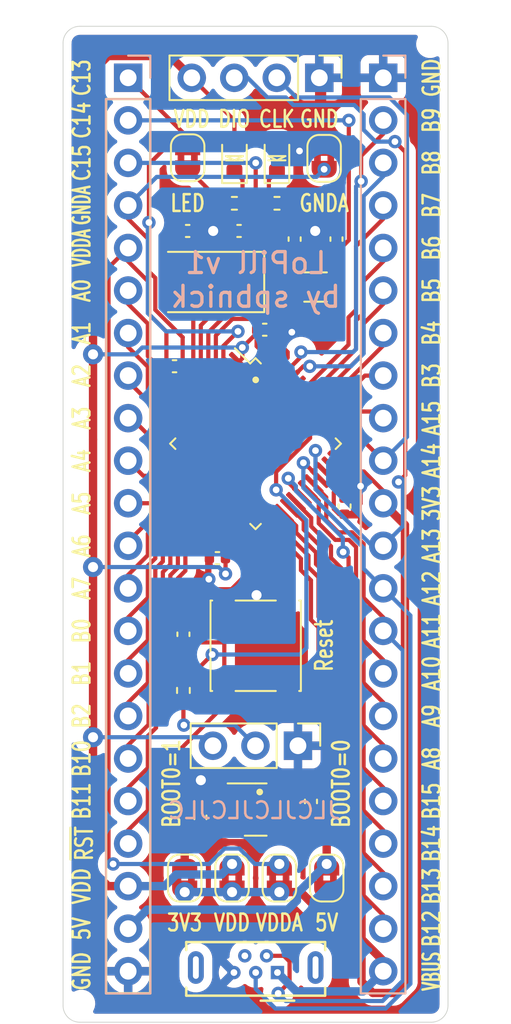
<source format=kicad_pcb>
(kicad_pcb (version 20211014) (generator pcbnew)
  (layers (0 "F.Cu" signal) (31 "B.Cu" signal) (34 "B.Paste" user) (35 "F.Paste" user) (36 "B.SilkS" user "B.Silkscreen") (37 "F.SilkS" user "F.Silkscreen") (38 "B.Mask" user) (39 "F.Mask" user) (44 "Edge.Cuts" user))
  (net 0 "")
  (net 1 "GND")
  (net 2 "+5V")
  (net 3 "Net-(C2-Pad1)")
  (net 4 "/NRST")
  (net 5 "/OSC_IN")
  (net 6 "/OSC_OUT")
  (net 7 "/OSC32_IN")
  (net 8 "/OSC32_OUT")
  (net 9 "VDD")
  (net 10 "VDDA")
  (net 11 "GNDA")
  (net 12 "+3V3")
  (net 13 "Net-(D1-Pad1)")
  (net 14 "Net-(D2-Pad1)")
  (net 15 "/PB11")
  (net 16 "/PB10")
  (net 17 "/PB2")
  (net 18 "/PB1")
  (net 19 "/PB0")
  (net 20 "/PA7")
  (net 21 "/PA6")
  (net 22 "/PA5")
  (net 23 "/PA4")
  (net 24 "/PA3")
  (net 25 "/PA2")
  (net 26 "/PA1")
  (net 27 "/PA0")
  (net 28 "/PA13")
  (net 29 "/PA14")
  (net 30 "/VBUS")
  (net 31 "/PA11")
  (net 32 "/PA12")
  (net 34 "/PB9")
  (net 35 "/PB8")
  (net 36 "/PB7")
  (net 37 "/PB6")
  (net 38 "/PB5")
  (net 39 "/PB4")
  (net 40 "/PB3")
  (net 41 "/PA15")
  (net 42 "/PA10")
  (net 43 "/PA9")
  (net 44 "/PA8")
  (net 45 "/PB15")
  (net 46 "/PB14")
  (net 47 "/PB13")
  (net 48 "/PB12")
  (net 49 "Net-(JP2-Pad1)")
  (net 50 "Net-(JP4-Pad2)")
  (net 51 "/BOOT0")
  (net 52 "/LED_USER")
  (footprint "Package_TO_SOT_SMD:SOT-23" (layer "F.Cu") (at 60.96 79.248)
    (fp_text reference "U1" hide)
    (fp_text value "XC6206PxxxMR")
  )
  (footprint "Capacitor_SMD:C_0402_1005Metric" (layer "F.Cu") (at 56.642 68.7832 90)
    (fp_text reference "C3" hide)
    (fp_text value "100nF")
  )
  (footprint "Package_QFP:LQFP-48_7x7mm_P0.5mm" (layer "F.Cu") (at 60.95 57.404 -45)
    (fp_text reference "U2" hide)
    (fp_text value "STM32L052C8Tx")
  )
  (footprint "Capacitor_SMD:C_0402_1005Metric" (layer "F.Cu") (at 61.5 50.6)
    (fp_text reference "C8" hide)
    (fp_text value "100nF")
  )
  (footprint "Resistor_SMD:R_0402_1005Metric" (layer "F.Cu") (at 56.642 72.136 -90)
    (fp_text reference "R3" hide)
    (fp_text value "10K")
  )
  (footprint "Capacitor_SMD:C_0402_1005Metric" (layer "F.Cu") (at 59.967 44.704 180)
    (fp_text reference "C4" hide)
    (fp_text value "30pF")
  )
  (footprint "Capacitor_SMD:C_0402_1005Metric" (layer "F.Cu") (at 56.896 44.704)
    (fp_text reference "C5" hide)
    (fp_text value "30pF")
  )
  (footprint "lopill:Crystal_SMD_5032-2Pin_5.0x3.2mm_YXC" (layer "F.Cu") (at 58.42 47.752 180)
    (fp_text reference "Y1" hide)
    (fp_text value "8MHz")
  )
  (footprint "Capacitor_SMD:C_0402_1005Metric" (layer "F.Cu") (at 65.786 45.189 90)
    (fp_text reference "C6" hide)
    (fp_text value "15pF")
  )
  (footprint "Capacitor_SMD:C_0402_1005Metric" (layer "F.Cu") (at 63.286 45.189 90)
    (fp_text reference "C7" hide)
    (fp_text value "15pF")
  )
  (footprint "Jumper:SolderJumper-2_P1.3mm_Bridged2Bar_RoundedPad1.0x1.5mm" (layer "F.Cu") (at 65.202 83.3374 90)
    (fp_text reference "JP1" hide)
    (fp_text value "5V" hide)
  )
  (footprint "Jumper:SolderJumper-2_P1.3mm_Bridged2Bar_RoundedPad1.0x1.5mm" (layer "F.Cu") (at 59.546 83.3374 90)
    (fp_text reference "JP5" hide)
    (fp_text value "VDD" hide)
  )
  (footprint "Capacitor_SMD:C_0402_1005Metric" (layer "F.Cu") (at 56.111 52.7812)
    (fp_text reference "C9" hide)
    (fp_text value "100nF")
  )
  (footprint "Jumper:SolderJumper-2_P1.3mm_Bridged2Bar_RoundedPad1.0x1.5mm" (layer "F.Cu") (at 62.374 83.3374 90)
    (fp_text reference "JP6" hide)
    (fp_text value "VDDA" hide)
  )
  (footprint "lopill:SW_Push_1P1T_NO_5.1x5.1mm_H2.5mm" (layer "F.Cu") (at 60.96 69.469 -90)
    (fp_text reference "SW1" hide)
    (fp_text value "Reset")
  )
  (footprint "Capacitor_SMD:C_0402_1005Metric" (layer "F.Cu") (at 57.658 79.713 90)
    (fp_text reference "C2" hide)
    (fp_text value "1uF")
  )
  (footprint "Connector_PinHeader_2.54mm:PinHeader_1x03_P2.54mm_Vertical" (layer "F.Cu") (at 63.485 75.438 -90)
    (fp_text reference "JP4" hide)
    (fp_text value "BOOT0")
  )
  (footprint "Capacitor_SMD:C_0402_1005Metric" (layer "F.Cu") (at 64.262 78.763 90)
    (fp_text reference "C1" hide)
    (fp_text value "1uF")
  )
  (footprint "Capacitor_SMD:C_0402_1005Metric" (layer "F.Cu") (at 66.2686 61.1354 -90)
    (fp_text reference "C11" hide)
    (fp_text value "100nF")
  )
  (footprint "Crystal:Crystal_SMD_3215-2Pin_3.2x1.5mm" (layer "F.Cu") (at 64.536 48.052)
    (fp_text reference "Y2" hide)
    (fp_text value "32.768KHz")
  )
  (footprint "Jumper:SolderJumper-2_P1.3mm_Bridged2Bar_RoundedPad1.0x1.5mm" (layer "F.Cu") (at 56.718 83.3374 -90)
    (fp_text reference "JP3" hide)
    (fp_text value "3V3" hide)
  )
  (footprint "spbnick:USB_Micro-B_HRO_U-D-M5DD-W-1_Vertical" (layer "F.Cu") (at 62.26 88.98 180)
    (fp_text reference "J3" hide)
    (fp_text value "USB_B_Micro")
  )
  (footprint "Capacitor_SMD:C_0402_1005Metric" (layer "F.Cu") (at 58.674 64.2366 180)
    (fp_text reference "C10" hide)
    (fp_text value "100nF")
  )
  (footprint "Resistor_SMD:R_0402_1005Metric" (layer "F.Cu") (at 59.6876 43.053)
    (fp_text reference "R1" hide)
    (fp_text value "510R")
  )
  (footprint "LED_SMD:LED_0603_1608Metric" (layer "F.Cu") (at 59.69 40.3606 90)
    (fp_text reference "D1" hide)
    (fp_text value "BLU")
  )
  (footprint "Jumper:SolderJumper-2_P1.3mm_Bridged2Bar_RoundedPad1.0x1.5mm" (layer "F.Cu") (at 65.0494 40.371 -90)
    (fp_text reference "JP7" hide)
    (fp_text value "GNDA" hide)
  )
  (footprint "LED_SMD:LED_0603_1608Metric" (layer "F.Cu") (at 62.23 40.3606 90)
    (fp_text reference "D2" hide)
    (fp_text value "GRN")
  )
  (footprint "Jumper:SolderJumper-2_P1.3mm_Bridged2Bar_RoundedPad1.0x1.5mm" (layer "F.Cu") (at 56.896 40.3352 90)
    (fp_text reference "JP2" hide)
    (fp_text value "LED" hide)
  )
  (footprint "Resistor_SMD:R_0402_1005Metric" (layer "F.Cu") (at 62.2324 43.053 180)
    (fp_text reference "R2" hide)
    (fp_text value "510R")
  )
  (footprint "Connector_PinHeader_2.54mm:PinHeader_1x04_P2.54mm_Vertical" (layer "F.Cu") (at 64.76 35.56 -90)
    (fp_text reference "J2" hide)
    (fp_text value "SWD")
  )
  (footprint "spbnick:Tooling_Hole" (layer "F.Cu") (at 71.374 33.5534)
    (fp_text reference "REF**" hide)
    (fp_text value "Tooling_Hole")
  )
  (footprint "spbnick:Tooling_Hole" (layer "F.Cu") (at 50.546 90.8304)
    (fp_text reference "REF**" hide)
    (fp_text value "Tooling_Hole")
  )
  (footprint "Connector_PinHeader_2.54mm:PinHeader_1x22_P2.54mm_Vertical" (layer "B.Cu") (at 68.58 35.56 180)
    (fp_text reference "J4" hide)
    (fp_text value "Pins Right")
  )
  (footprint "Connector_PinHeader_2.54mm:PinHeader_1x22_P2.54mm_Vertical" (layer "B.Cu") (at 53.34 35.56 180)
    (fp_text reference "J1" hide)
    (fp_text value "Pins Left")
  )
  (gr_line (start 52.0192 36.8554) (end 52.0192 90.2208) (layer "F.SilkS") (width 0.15))
  (gr_circle (center 60.96 53.594) (end 61.06 53.594) (layer "F.SilkS") (width 0.2) (fill none))
  (gr_line (start 59.69 40.4876) (end 59.182 40.2336) (layer "F.SilkS") (width 0.12))
  (gr_line (start 62.738 40.2336) (end 62.23 40.4876) (layer "F.SilkS") (width 0.12))
  (gr_line (start 61.722 40.2336) (end 62.738 40.2336) (layer "F.SilkS") (width 0.12))
  (gr_line (start 61.722 40.4876) (end 62.738 40.4876) (layer "F.SilkS") (width 0.12))
  (gr_line (start 62.23 40.4876) (end 61.722 40.2336) (layer "F.SilkS") (width 0.12))
  (gr_line (start 69.9008 36.83) (end 69.9008 90.2208) (layer "F.SilkS") (width 0.12))
  (gr_circle (center 61.2 78.2) (end 61.3 78.2) (layer "F.SilkS") (width 0.2) (fill none))
  (gr_line (start 69.9008 90.2208) (end 67.2338 90.2208) (layer "F.SilkS") (width 0.12))
  (gr_line (start 60.198 40.2336) (end 59.69 40.4876) (layer "F.SilkS") (width 0.12))
  (gr_line (start 67.2338 90.2208) (end 67.2338 36.83) (layer "F.SilkS") (width 0.12))
  (gr_line (start 52.0192 90.2208) (end 54.6608 90.2208) (layer "F.SilkS") (width 0.15))
  (gr_line (start 59.182 40.2336) (end 60.198 40.2336) (layer "F.SilkS") (width 0.12))
  (gr_line (start 53.34 34.2392) (end 54.6608 34.2392) (layer "F.SilkS") (width 0.12))
  (gr_line (start 54.6608 90.2208) (end 54.6608 36.8554) (layer "F.SilkS") (width 0.15))
  (gr_line (start 59.182 40.4876) (end 60.198 40.4876) (layer "F.SilkS") (width 0.12))
  (gr_line (start 67.2338 36.83) (end 69.9008 36.83) (layer "F.SilkS") (width 0.12))
  (gr_line (start 54.6608 36.83) (end 52.0192 36.83) (layer "F.SilkS") (width 0.15))
  (gr_line (start 54.6608 34.2392) (end 54.6608 35.56) (layer "F.SilkS") (width 0.12))
  (gr_line (start 68.58 34.2392) (end 69.9008 34.2392) (layer "F.SilkS") (width 0.12))
  (gr_line (start 69.9008 34.2392) (end 69.9008 35.56) (layer "F.SilkS") (width 0.12))
  (gr_line (start 71.45 91.945) (end 50.45 91.945) (layer "Edge.Cuts") (width 0.05))
  (gr_line (start 50.45 32.485) (end 71.45 32.485) (layer "Edge.Cuts") (width 0.05))
  (gr_arc (start 50.45 91.945) (mid 49.742893 91.652107) (end 49.45 90.945) (layer "Edge.Cuts") (width 0.05))
  (gr_line (start 72.45 90.945) (end 72.45 33.485) (layer "Edge.Cuts") (width 0.05))
  (gr_arc (start 72.45 90.945) (mid 72.157107 91.652107) (end 71.45 91.945) (layer "Edge.Cuts") (width 0.05))
  (gr_arc (start 71.45 32.485) (mid 72.157107 32.777893) (end 72.45 33.485) (layer "Edge.Cuts") (width 0.05))
  (gr_line (start 49.45 33.485) (end 49.45 90.945) (layer "Edge.Cuts") (width 0.05))
  (gr_arc (start 49.45 33.485) (mid 49.742893 32.777893) (end 50.45 32.485) (layer "Edge.Cuts") (width 0.05))
  (gr_text "JLCJLCJLCJLC" (at 60.8584 79.2988) (layer "B.SilkS") (effects (font (size 1 1)) (justify mirror)))
  (gr_text "LoPill v1\nby spbnick" (at 60.96 47.625) (layer "B.SilkS") (effects (font (size 1.25 1.25) (thickness 0.2)) (justify mirror)))
  (segment (start 62.9698 50.6) (end 63.119 50.7492) (width 0.25) (layer "F.Cu") (net 1))
  (segment (start 62.869289 51.935423) (end 61.985 51.051134) (width 0.25) (layer "F.Cu") (net 1))
  (segment (start 61.985 51.051134) (end 61.985 50.6) (width 0.25) (layer "F.Cu") (net 1))
  (segment (start 65.484322 58.793096) (end 66.05127 59.360044) (width 0.25) (layer "F.Cu") (net 1))
  (segment (start 66.05127 59.360044) (end 66.05127 59.880914) (width 0.25) (layer "F.Cu") (net 1))
  (segment (start 65.62459 60.307594) (end 65.62459 61.29639) (width 0.25) (layer "F.Cu") (net 1))
  (segment (start 65.484322 58.756342) (end 65.484322 58.793096) (width 0.25) (layer "F.Cu") (net 1))
  (segment (start 58.189 64.2366) (end 58.189 65.464225) (width 0.25) (layer "F.Cu") (net 1))
  (segment (start 65.0494 39.721) (end 65.0494 35.8494) (width 0.25) (layer "F.Cu") (net 1))
  (segment (start 67.226834 60.982166) (end 67.226834 59.938784) (width 0.25) (layer "F.Cu") (net 1))
  (segment (start 65.786 44.704) (end 64.516 44.704) (width 0.25) (layer "F.Cu") (net 1))
  (segment (start 66.05127 59.880914) (end 65.62459 60.307594) (width 0.25) (layer "F.Cu") (net 1))
  (segment (start 63.286 44.704) (end 64.516 44.704) (width 0.25) (layer "F.Cu") (net 1))
  (segment (start 58.189 63.34698) (end 59.597658 61.938322) (width 0.25) (layer "F.Cu") (net 1))
  (segment (start 65.62459 61.29639) (end 65.9486 61.6204) (width 0.25) (layer "F.Cu") (net 1))
  (segment (start 58.189 64.2366) (end 58.189 63.34698) (width 0.25) (layer "F.Cu") (net 1))
  (segment (start 62.869289 52.265975) (end 62.869289 51.935423) (width 0.25) (layer "F.Cu") (net 1))
  (segment (start 66.2686 61.6204) (end 66.5886 61.6204) (width 0.25) (layer "F.Cu") (net 1))
  (segment (start 57.381 44.704) (end 58.42 44.704) (width 0.25) (layer "F.Cu") (net 1))
  (segment (start 58.189 65.464225) (end 58.159225 65.494) (width 0.25) (layer "F.Cu") (net 1))
  (segment (start 65.0494 35.8494) (end 64.76 35.56) (width 0.25) (layer "F.Cu") (net 1))
  (segment (start 66.5886 61.6204) (end 67.226834 60.982166) (width 0.25) (layer "F.Cu") (net 1))
  (segment (start 62.302342 52.869678) (end 62.302342 52.832922) (width 0.25) (layer "F.Cu") (net 1))
  (segment (start 62.302342 52.832922) (end 62.869289 52.265975) (width 0.25) (layer "F.Cu") (net 1))
  (segment (start 65.9486 61.6204) (end 66.2686 61.6204) (width 0.25) (layer "F.Cu") (net 1))
  (segment (start 59.482 44.704) (end 58.42 44.704) (width 0.25) (layer "F.Cu") (net 1))
  (segment (start 61.985 50.6) (end 62.9698 50.6) (width 0.25) (layer "F.Cu") (net 1))
  (via (at 63.5762 39.9288) (size 0.8) (drill 0.4) (layers "F.Cu" "B.Cu") (net 1))
  (via (at 57.6834 77.4954) (size 1.2) (drill 0.6) (layers "F.Cu" "B.Cu") (net 1))
  (via (at 64.516 44.704) (size 1.2) (drill 0.6) (layers "F.Cu" "B.Cu") (net 1))
  (via (at 58.42 44.704) (size 1.2) (drill 0.6) (layers "F.Cu" "B.Cu") (net 1))
  (via (at 58.159225 65.494) (size 0.8) (drill 0.4) (layers "F.Cu" "B.Cu") (net 1))
  (via (at 61.0108 66.4464) (size 1.2) (drill 0.6) (layers "F.Cu" "B.Cu") (net 1))
  (via (at 67.226834 59.938784) (size 0.8) (drill 0.4) (layers "F.Cu" "B.Cu") (net 1))
  (via (at 63.119 50.7492) (size 0.8) (drill 0.4) (layers "F.Cu" "B.Cu") (net 1))
  (segment (start 65.202 80.188) (end 64.262 79.248) (width 0.5) (layer "F.Cu") (net 2))
  (segment (start 65.202 82.6874) (end 65.202 80.188) (width 0.5) (layer "F.Cu") (net 2))
  (segment (start 64.262 79.248) (end 61.96 79.248) (width 0.5) (layer "F.Cu") (net 2))
  (via (at 65.202 82.4992) (size 1.2) (drill 0.6) (layers "F.Cu" "B.Cu") (net 2))
  (segment (start 62.877521 85.224601) (end 54.475399 85.224601) (width 0.5) (layer "B.Cu") (net 2))
  (segment (start 63.423001 84.679121) (end 62.877521 85.224601) (width 0.5) (layer "B.Cu") (net 2))
  (segment (start 63.423001 84.278199) (end 63.423001 84.679121) (width 0.5) (layer "B.Cu") (net 2))
  (segment (start 54.475399 85.224601) (end 53.34 86.36) (width 0.5) (layer "B.Cu") (net 2))
  (segment (start 65.202 82.4992) (end 63.423001 84.278199) (width 0.5) (layer "B.Cu") (net 2))
  (segment (start 56.718 81.138) (end 57.658 80.198) (width 0.5) (layer "F.Cu") (net 3))
  (segment (start 56.718 82.6874) (end 56.718 81.138) (width 0.5) (layer "F.Cu") (net 3))
  (segment (start 57.658 80.198) (end 59.96 80.198) (width 0.5) (layer "F.Cu") (net 3))
  (segment (start 59.085 73.020478) (end 54.514001 77.591477) (width 0.25) (layer "F.Cu") (net 4))
  (segment (start 59.085 69.2612) (end 59.085 72.469) (width 0.25) (layer "F.Cu") (net 4))
  (segment (start 54.514001 79.303521) (end 53.34 80.477522) (width 0.25) (layer "F.Cu") (net 4))
  (segment (start 56.642 69.2682) (end 59.078 69.2682) (width 0.25) (layer "F.Cu") (net 4))
  (segment (start 57.829891 54.674199) (end 58.396839 55.241147) (width 0.25) (layer "F.Cu") (net 4))
  (segment (start 59.138722 66.469) (end 59.085 66.469) (width 0.25) (layer "F.Cu") (net 4))
  (segment (start 61.023601 61.863063) (end 61.023601 64.584121) (width 0.25) (layer "F.Cu") (net 4))
  (segment (start 54.514001 77.591477) (end 54.514001 79.303521) (width 0.25) (layer "F.Cu") (net 4))
  (segment (start 58.396839 55.241147) (end 58.396839 55.571699) (width 0.25) (layer "F.Cu") (net 4))
  (segment (start 56.7944 57.174138) (end 56.7944 57.633862) (width 0.25) (layer "F.Cu") (net 4))
  (segment (start 58.396839 55.571699) (end 56.7944 57.174138) (width 0.25) (layer "F.Cu") (net 4))
  (segment (start 59.078 69.2682) (end 59.085 69.2612) (width 0.25) (layer "F.Cu") (net 4))
  (segment (start 56.7944 57.633862) (end 61.023601 61.863063) (width 0.25) (layer "F.Cu") (net 4))
  (segment (start 61.023601 64.584121) (end 59.138722 66.469) (width 0.25) (layer "F.Cu") (net 4))
  (segment (start 57.829891 54.637445) (end 57.829891 54.674199) (width 0.25) (layer "F.Cu") (net 4))
  (segment (start 59.085 66.469) (end 59.085 69.2612) (width 0.25) (layer "F.Cu") (net 4))
  (segment (start 53.34 80.477522) (end 53.34 81.28) (width 0.25) (layer "F.Cu") (net 4))
  (segment (start 59.085 72.469) (end 59.085 73.020478) (width 0.25) (layer "F.Cu") (net 4))
  (segment (start 60.27 44.886) (end 60.452 44.704) (width 0.25) (layer "F.Cu") (net 5))
  (segment (start 60.27 47.752) (end 60.27 44.886) (width 0.25) (layer "F.Cu") (net 5))
  (segment (start 57.680682 53.074022) (end 57.680682 50.341318) (width 0.25) (layer "F.Cu") (net 5))
  (segment (start 57.680682 50.341318) (end 60.27 47.752) (width 0.25) (layer "F.Cu") (net 5))
  (segment (start 58.536998 53.930338) (end 57.680682 53.074022) (width 0.25) (layer "F.Cu") (net 5))
  (segment (start 56.57 47.752) (end 56.57 44.863) (width 0.25) (layer "F.Cu") (net 6))
  (segment (start 56.57 44.863) (end 56.411 44.704) (width 0.25) (layer "F.Cu") (net 6))
  (segment (start 58.183445 54.283891) (end 58.183445 54.247137) (width 0.25) (layer "F.Cu") (net 6))
  (segment (start 58.183445 54.247137) (end 57.231672 53.295364) (width 0.25) (layer "F.Cu") (net 6))
  (segment (start 57.231672 48.413672) (end 56.57 47.752) (width 0.25) (layer "F.Cu") (net 6))
  (segment (start 57.231672 53.295364) (end 57.231672 48.413672) (width 0.25) (layer "F.Cu") (net 6))
  (segment (start 65.786 48.052) (end 65.786 45.674) (width 0.25) (layer "F.Cu") (net 7))
  (segment (start 59.572008 49.95499) (end 63.88301 49.95499) (width 0.25) (layer "F.Cu") (net 7))
  (segment (start 58.579701 52.523487) (end 58.579703 50.947295) (width 0.25) (layer "F.Cu") (net 7))
  (segment (start 58.579703 50.947295) (end 59.572008 49.95499) (width 0.25) (layer "F.Cu") (net 7))
  (segment (start 65.786 45.674) (end 66.106 45.674) (width 0.25) (layer "F.Cu") (net 7))
  (segment (start 66.5226 45.2574) (end 66.5226 38.1) (width 0.25) (layer "F.Cu") (net 7))
  (segment (start 59.244105 53.223231) (end 59.244105 53.187891) (width 0.25) (layer "F.Cu") (net 7))
  (segment (start 59.244105 53.187891) (end 58.579701 52.523487) (width 0.25) (layer "F.Cu") (net 7))
  (segment (start 63.88301 49.95499) (end 65.786 48.052) (width 0.25) (layer "F.Cu") (net 7))
  (segment (start 66.106 45.674) (end 66.5226 45.2574) (width 0.25) (layer "F.Cu") (net 7))
  (via (at 66.5226 38.1) (size 0.8) (drill 0.4) (layers "F.Cu" "B.Cu") (net 7))
  (segment (start 66.5226 38.1) (end 53.34 38.1) (width 0.25) (layer "B.Cu") (net 7))
  (segment (start 63.286 48.052) (end 63.286 45.674) (width 0.25) (layer "F.Cu") (net 8))
  (segment (start 58.890551 53.576785) (end 58.129692 52.815924) (width 0.25) (layer "F.Cu") (net 8))
  (segment (start 63.286 45.674) (end 62.966 45.674) (width 0.25) (layer "F.Cu") (net 8))
  (segment (start 58.129692 50.760896) (end 59.385608 49.50498) (width 0.25) (layer "F.Cu") (net 8))
  (segment (start 59.385608 49.50498) (end 61.83302 49.50498) (width 0.25) (layer "F.Cu") (net 8))
  (segment (start 58.129692 52.815924) (end 58.129692 50.760896) (width 0.25) (layer "F.Cu") (net 8))
  (segment (start 61.83302 49.50498) (end 63.286 48.052) (width 0.25) (layer "F.Cu") (net 8))
  (segment (start 62.966 45.674) (end 60.96 43.668) (width 0.25) (layer "F.Cu") (net 8))
  (segment (start 60.96 43.668) (end 60.96 40.64) (width 0.25) (layer "F.Cu") (net 8))
  (via (at 60.96 40.64) (size 0.8) (drill 0.4) (layers "F.Cu" "B.Cu") (net 8))
  (segment (start 60.96 40.64) (end 53.34 40.64) (width 0.25) (layer "B.Cu") (net 8))
  (segment (start 59.69 39.5731) (end 62.23 39.5731) (width 0.25) (layer "F.Cu") (net 9))
  (segment (start 61.015 50.6) (end 61.015 51.582336) (width 0.25) (layer "F.Cu") (net 9))
  (segment (start 59.69 38.11) (end 57.14 35.56) (width 0.25) (layer "F.Cu") (net 9))
  (segment (start 59.159 63.084088) (end 59.951212 62.291876) (width 0.25) (layer "F.Cu") (net 9))
  (segment (start 51.241999 57.15) (end 51.241999 52.07) (width 0.5) (layer "F.Cu") (net 9))
  (segment (start 59.159 64.2366) (end 59.159 63.084088) (width 0.25) (layer "F.Cu") (net 9))
  (segment (start 61.015 50.6) (end 61.015 50.810406) (width 0.25) (layer "F.Cu") (net 9))
  (segment (start 59.159 65.174) (end 59.1566 65.1764) (width 0.25) (layer "F.Cu") (net 9))
  (segment (start 51.241999 74.93) (end 51.241999 64.77) (width 0.5) (layer "F.Cu") (net 9))
  (segment (start 51.241999 52.07) (end 51.241999 35.149799) (width 0.5) (layer "F.Cu") (net 9))
  (segment (start 59.546 82.6874) (end 59.546 82.533) (width 0.5) (layer "F.Cu") (net 9))
  (segment (start 51.241999 35.149799) (end 52.130799 34.260999) (width 0.5) (layer "F.Cu") (net 9))
  (segment (start 52.137919 83.82) (end 53.34 83.82) (width 0.5) (layer "F.Cu") (net 9))
  (segment (start 59.546 82.533) (end 59.5376 82.5246) (width 0.5) (layer "F.Cu") (net 9))
  (segment (start 55.840999 34.260999) (end 57.14 35.56) (width 0.5) (layer "F.Cu") (net 9))
  (segment (start 52.130799 34.260999) (end 55.840999 34.260999) (width 0.5) (layer "F.Cu") (net 9))
  (segment (start 51.241999 64.77) (end 51.241999 57.15) (width 0.5) (layer "F.Cu") (net 9))
  (segment (start 51.241999 82.92408) (end 51.241999 74.93) (width 0.5) (layer "F.Cu") (net 9))
  (segment (start 59.159 64.2366) (end 59.159 65.174) (width 0.25) (layer "F.Cu") (net 9))
  (segment (start 52.137919 83.82) (end 51.241999 82.92408) (width 0.5) (layer "F.Cu") (net 9))
  (segment (start 61.015 51.582336) (end 61.948788 52.516124) (width 0.25) (layer "F.Cu") (net 9))
  (segment (start 59.69 39.5731) (end 59.69 38.11) (width 0.25) (layer "F.Cu") (net 9))
  (segment (start 60.161138 52.306198) (end 59.951212 52.516124) (width 0.25) (layer "F.Cu") (net 9))
  (segment (start 61.015 50.810406) (end 60.161138 51.664268) (width 0.25) (layer "F.Cu") (net 9))
  (segment (start 60.161138 51.664268) (end 60.161138 52.306198) (width 0.25) (layer "F.Cu") (net 9))
  (via (at 60.161138 51.664268) (size 0.8) (drill 0.4) (layers "F.Cu" "B.Cu") (net 9))
  (via (at 51.241999 52.07) (size 1.2) (drill 0.6) (layers "F.Cu" "B.Cu") (net 9))
  (via (at 59.546 82.4992) (size 1.2) (drill 0.6) (layers "F.Cu" "B.Cu") (net 9))
  (via (at 59.1566 65.1764) (size 0.8) (drill 0.4) (layers "F.Cu" "B.Cu") (net 9))
  (via (at 51.241999 64.77) (size 1.2) (drill 0.6) (layers "F.Cu" "B.Cu") (net 9))
  (via (at 51.241999 74.93) (size 1.2) (drill 0.6) (layers "F.Cu" "B.Cu") (net 9))
  (segment (start 57.897 74.93) (end 58.405 75.438) (width 0.25) (layer "B.Cu") (net 9))
  (segment (start 51.241999 74.93) (end 57.897 74.93) (width 0.25) (layer "B.Cu") (net 9))
  (segment (start 58.918601 83.126599) (end 56.214479 83.126599) (width 0.5) (layer "B.Cu") (net 9))
  (segment (start 55.521078 83.82) (end 53.34 83.82) (width 0.5) (layer "B.Cu") (net 9))
  (segment (start 59.546 82.4992) (end 58.918601 83.126599) (width 0.5) (layer "B.Cu") (net 9))
  (segment (start 59.1566 65.1764) (end 58.7502 64.77) (width 0.25) (layer "B.Cu") (net 9))
  (segment (start 54.177532 51.664268) (end 53.7718 52.07) (width 0.25) (layer "B.Cu") (net 9))
  (segment (start 53.7718 52.07) (end 51.241999 52.07) (width 0.25) (layer "B.Cu") (net 9))
  (segment (start 60.161138 51.664268) (end 54.177532 51.664268) (width 0.25) (layer "B.Cu") (net 9))
  (segment (start 56.214479 83.126599) (end 55.521078 83.82) (width 0.5) (layer "B.Cu") (net 9))
  (segment (start 58.7502 64.77) (end 51.241999 64.77) (width 0.25) (layer "B.Cu") (net 9))
  (segment (start 55.626 53.811012) (end 55.626 52.7812) (width 0.25) (layer "F.Cu") (net 10))
  (segment (start 53.34 46.522478) (end 53.34 45.72) (width 0.25) (layer "F.Cu") (net 10))
  (segment (start 55.626 50.731482) (end 55.635 50.722482) (width 0.25) (layer "F.Cu") (net 10))
  (segment (start 62.374 82.6874) (end 62.374 82.533) (width 0.25) (layer "F.Cu") (net 10))
  (segment (start 62.374 82.533) (end 62.3824 82.5246) (width 0.25) (layer "F.Cu") (net 10))
  (segment (start 57.122785 55.307797) (end 55.626 53.811012) (width 0.25) (layer "F.Cu") (net 10))
  (segment (start 54.514001 49.601483) (end 54.514001 47.696479) (width 0.25) (layer "F.Cu") (net 10))
  (segment (start 55.635 50.722482) (end 54.514001 49.601483) (width 0.25) (layer "F.Cu") (net 10))
  (segment (start 52.165999 82.224209) (end 52.165999 46.894001) (width 0.25) (layer "F.Cu") (net 10))
  (segment (start 52.165999 46.894001) (end 53.34 45.72) (width 0.25) (layer "F.Cu") (net 10))
  (segment (start 55.626 52.7812) (end 55.626 50.731482) (width 0.25) (layer "F.Cu") (net 10))
  (segment (start 52.44099 82.4992) (end 52.165999 82.224209) (width 0.25) (layer "F.Cu") (net 10))
  (segment (start 57.122785 55.344551) (end 57.122785 55.307797) (width 0.25) (layer "F.Cu") (net 10))
  (segment (start 54.514001 47.696479) (end 53.34 46.522478) (width 0.25) (layer "F.Cu") (net 10))
  (via (at 52.44099 82.4992) (size 0.8) (drill 0.4) (layers "F.Cu" "B.Cu") (net 10))
  (via (at 62.374 82.4992) (size 1.2) (drill 0.6) (layers "F.Cu" "B.Cu") (net 10))
  (segment (start 60.913522 82.4992) (end 59.989521 81.575199) (width 0.25) (layer "B.Cu") (net 10))
  (segment (start 59.102479 81.575199) (end 58.178478 82.4992) (width 0.25) (layer "B.Cu") (net 10))
  (segment (start 62.374 82.4992) (end 60.913522 82.4992) (width 0.25) (layer "B.Cu") (net 10))
  (segment (start 52.44099 82.4992) (end 58.178478 82.4992) (width 0.25) (layer "B.Cu") (net 10))
  (segment (start 59.989521 81.575199) (end 59.102479 81.575199) (width 0.25) (layer "B.Cu") (net 10))
  (segment (start 54.514001 45.156479) (end 53.34 43.982478) (width 0.25) (layer "F.Cu") (net 11))
  (segment (start 56.596 54.11066) (end 56.596 52.7812) (width 0.25) (layer "F.Cu") (net 11))
  (segment (start 57.476338 54.990998) (end 56.596 54.11066) (width 0.25) (layer "F.Cu") (net 11))
  (segment (start 56.596 52.7812) (end 56.596 51.066486) (width 0.25) (layer "F.Cu") (net 11))
  (segment (start 54.514001 47.061483) (end 54.514001 45.156479) (width 0.25) (layer "F.Cu") (net 11))
  (segment (start 54.963011 49.415497) (end 54.96301 47.510492) (width 0.25) (layer "F.Cu") (net 11))
  (segment (start 56.605 51.057486) (end 54.963011 49.415497) (width 0.25) (layer "F.Cu") (net 11))
  (segment (start 56.596 51.066486) (end 56.605 51.057486) (width 0.25) (layer "F.Cu") (net 11))
  (segment (start 54.96301 47.510492) (end 54.514001 47.061483) (width 0.25) (layer "F.Cu") (net 11))
  (segment (start 53.34 43.982478) (end 53.34 43.18) (width 0.25) (layer "F.Cu") (net 11))
  (via (at 65.0494 41.021) (size 0.8) (drill 0.4) (layers "F.Cu" "B.Cu") (net 11))
  (segment (start 55.044936 41.475064) (end 53.34 43.18) (width 0.25) (layer "B.Cu") (net 11))
  (segment (start 65.0494 41.021) (end 64.595336 41.475064) (width 0.25) (layer "B.Cu") (net 11))
  (segment (start 64.595336 41.475064) (end 55.044936 41.475064) (width 0.25) (layer "B.Cu") (net 11))
  (segment (start 66.50028 60.41872) (end 66.2686 60.6504) (width 0.25) (layer "F.Cu") (net 12))
  (segment (start 56.718 83.9874) (end 56.718 84.165201) (width 0.5) (layer "F.Cu") (net 12))
  (segment (start 69.879001 89.523521) (end 69.879001 62.259001) (width 0.5) (layer "F.Cu") (net 12))
  (segment (start 56.718 84.165201) (end 56.7182 84.165401) (width 0.5) (layer "F.Cu") (net 12))
  (segment (start 68.58 60.220428) (end 68.58 60.96) (width 0.25) (layer "F.Cu") (net 12))
  (segment (start 62.374 83.9874) (end 62.374 84.1672) (width 0.5) (layer "F.Cu") (net 12))
  (segment (start 69.203521 90.199001) (end 69.879001 89.523521) (width 0.5) (layer "F.Cu") (net 12))
  (segment (start 69.879001 62.259001) (end 68.58 60.96) (width 0.5) (layer "F.Cu") (net 12))
  (segment (start 66.581989 85.359831) (end 66.581989 87.27306) (width 0.5) (layer "F.Cu") (net 12))
  (segment (start 66.50028 59.065192) (end 66.50028 60.41872) (width 0.25) (layer "F.Cu") (net 12))
  (segment (start 67.280999 89.523521) (end 67.956479 90.199001) (width 0.5) (layer "F.Cu") (net 12))
  (segment (start 67.280999 87.97207) (end 67.280999 89.523521) (width 0.5) (layer "F.Cu") (net 12))
  (segment (start 65.837876 58.402788) (end 66.50028 59.065192) (width 0.25) (layer "F.Cu") (net 12))
  (segment (start 62.374 84.1672) (end 62.3824 84.1756) (width 0.5) (layer "F.Cu") (net 12))
  (segment (start 67.424764 59.065192) (end 68.58 60.220428) (width 0.25) (layer "F.Cu") (net 12))
  (segment (start 66.581989 87.27306) (end 67.280999 87.97207) (width 0.5) (layer "F.Cu") (net 12))
  (segment (start 66.446759 85.224601) (end 66.581989 85.359831) (width 0.5) (layer "F.Cu") (net 12))
  (segment (start 64.698479 85.224601) (end 66.446759 85.224601) (width 0.5) (layer "F.Cu") (net 12))
  (segment (start 59.546 84.1672) (end 59.5376 84.1756) (width 0.5) (layer "F.Cu") (net 12))
  (segment (start 62.374 84.1756) (end 63.649478 84.1756) (width 0.5) (layer "F.Cu") (net 12))
  (segment (start 63.649478 84.1756) (end 64.698479 85.224601) (width 0.5) (layer "F.Cu") (net 12))
  (segment (start 66.50028 59.065192) (end 67.424764 59.065192) (width 0.25) (layer "F.Cu") (net 12))
  (segment (start 59.546 83.9874) (end 59.546 84.1672) (width 0.5) (layer "F.Cu") (net 12))
  (segment (start 67.956479 90.199001) (end 69.203521 90.199001) (width 0.5) (layer "F.Cu") (net 12))
  (via (at 56.718 84.1756) (size 1.2) (drill 0.6) (layers "F.Cu" "B.Cu") (net 12))
  (via (at 62.374 84.1756) (size 1.2) (drill 0.6) (layers "F.Cu" "B.Cu") (net 12))
  (via (at 59.546 84.1756) (size 1.2) (drill 0.6) (layers "F.Cu" "B.Cu") (net 12))
  (segment (start 59.546 84.1756) (end 56.718 84.1756) (width 0.5) (layer "B.Cu") (net 12))
  (segment (start 59.546 84.1756) (end 62.374 84.1756) (width 0.5) (layer "B.Cu") (net 12))
  (segment (start 60.1726 41.6307) (end 59.69 41.1481) (width 0.25) (layer "F.Cu") (net 13))
  (segment (start 60.1726 43.053) (end 60.1726 41.6307) (width 0.25) (layer "F.Cu") (net 13))
  (segment (start 61.7474 43.053) (end 61.7474 41.6307) (width 0.25) (layer "F.Cu") (net 14))
  (segment (start 61.7474 41.6307) (end 62.23 41.1481) (width 0.25) (layer "F.Cu") (net 14))
  (segment (start 56.759047 64.033071) (end 56.759046 64.993456) (width 0.25) (layer "F.Cu") (net 15))
  (segment (start 55.41202 70.16558) (end 55.412019 72.055495) (width 0.25) (layer "F.Cu") (net 15))
  (segment (start 55.861029 67.796477) (end 55.861029 69.716571) (width 0.25) (layer "F.Cu") (net 15))
  (segment (start 56.310038 67.387962) (end 55.9308 67.7672) (width 0.25) (layer "F.Cu") (net 15))
  (segment (start 56.759046 64.993456) (end 56.310038 65.442464) (width 0.25) (layer "F.Cu") (net 15))
  (segment (start 54.514001 76.763521) (end 53.34 77.937522) (width 0.25) (layer "F.Cu") (net 15))
  (segment (start 56.310038 65.442464) (end 56.310038 67.387962) (width 0.25) (layer "F.Cu") (net 15))
  (segment (start 55.9308 67.7672) (end 55.890306 67.7672) (width 0.25) (layer "F.Cu") (net 15))
  (segment (start 55.861029 69.716571) (end 55.41202 70.16558) (width 0.25) (layer "F.Cu") (net 15))
  (segment (start 55.00821 72.459304) (end 55.008209 74.364309) (width 0.25) (layer "F.Cu") (net 15))
  (segment (start 55.412019 72.055495) (end 55.00821 72.459304) (width 0.25) (layer "F.Cu") (net 15))
  (segment (start 55.008209 74.364309) (end 54.514001 74.858517) (width 0.25) (layer "F.Cu") (net 15))
  (segment (start 55.890306 67.7672) (end 55.861029 67.796477) (width 0.25) (layer "F.Cu") (net 15))
  (segment (start 59.244105 61.584769) (end 59.207349 61.584769) (width 0.25) (layer "F.Cu") (net 15))
  (segment (start 53.34 77.937522) (end 53.34 78.74) (width 0.25) (layer "F.Cu") (net 15))
  (segment (start 54.514001 74.858517) (end 54.514001 76.763521) (width 0.25) (layer "F.Cu") (net 15))
  (segment (start 59.207349 61.584769) (end 56.759047 64.033071) (width 0.25) (layer "F.Cu") (net 15))
  (segment (start 53.34 75.397522) (end 53.34 76.2) (width 0.25) (layer "F.Cu") (net 16))
  (segment (start 54.96301 71.869508) (end 54.5592 72.273318) (width 0.25) (layer "F.Cu") (net 16))
  (segment (start 56.310038 63.781162) (end 56.310037 64.807469) (width 0.25) (layer "F.Cu") (net 16))
  (segment (start 58.890551 61.231215) (end 58.859985 61.231215) (width 0.25) (layer "F.Cu") (net 16))
  (segment (start 54.5592 74.178322) (end 53.34 75.397522) (width 0.25) (layer "F.Cu") (net 16))
  (segment (start 58.859985 61.231215) (end 56.310038 63.781162) (width 0.25) (layer "F.Cu") (net 16))
  (segment (start 55.41202 67.61049) (end 55.412019 69.515495) (width 0.25) (layer "F.Cu") (net 16))
  (segment (start 54.5592 72.273318) (end 54.5592 74.178322) (width 0.25) (layer "F.Cu") (net 16))
  (segment (start 55.861028 67.161482) (end 55.41202 67.61049) (width 0.25) (layer "F.Cu") (net 16))
  (segment (start 55.412019 69.515495) (end 54.963011 69.964503) (width 0.25) (layer "F.Cu") (net 16))
  (segment (start 56.310037 64.807469) (end 55.861029 65.256477) (width 0.25) (layer "F.Cu") (net 16))
  (segment (start 55.861029 65.256477) (end 55.861028 67.161482) (width 0.25) (layer "F.Cu") (net 16))
  (segment (start 54.963011 69.964503) (end 54.96301 71.869508) (width 0.25) (layer "F.Cu") (net 16))
  (segment (start 54.514001 71.683521) (end 53.34 72.857522) (width 0.25) (layer "F.Cu") (net 17))
  (segment (start 54.963011 67.424503) (end 54.96301 69.329508) (width 0.25) (layer "F.Cu") (net 17))
  (segment (start 54.514001 69.778517) (end 54.514001 71.683521) (width 0.25) (layer "F.Cu") (net 17))
  (segment (start 55.861028 64.621482) (end 55.41202 65.07049) (width 0.25) (layer "F.Cu") (net 17))
  (segment (start 53.34 72.857522) (end 53.34 73.66) (width 0.25) (layer "F.Cu") (net 17))
  (segment (start 55.41202 65.07049) (end 55.412019 66.975495) (width 0.25) (layer "F.Cu") (net 17))
  (segment (start 55.412019 66.975495) (end 54.963011 67.424503) (width 0.25) (layer "F.Cu") (net 17))
  (segment (start 58.536998 60.877662) (end 58.536998 60.893802) (width 0.25) (layer "F.Cu") (net 17))
  (segment (start 58.536998 60.893802) (end 55.861029 63.569771) (width 0.25) (layer "F.Cu") (net 17))
  (segment (start 55.861029 63.569771) (end 55.861028 64.621482) (width 0.25) (layer "F.Cu") (net 17))
  (segment (start 54.96301 69.329508) (end 54.514001 69.778517) (width 0.25) (layer "F.Cu") (net 17))
  (segment (start 54.514001 69.143521) (end 53.34 70.317522) (width 0.25) (layer "F.Cu") (net 18))
  (segment (start 54.963011 64.884503) (end 54.96301 66.789508) (width 0.25) (layer "F.Cu") (net 18))
  (segment (start 54.514001 67.238517) (end 54.514001 69.143521) (width 0.25) (layer "F.Cu") (net 18))
  (segment (start 58.183445 60.524109) (end 58.183445 60.560863) (width 0.25) (layer "F.Cu") (net 18))
  (segment (start 58.183445 60.560863) (end 55.41202 63.332288) (width 0.25) (layer "F.Cu") (net 18))
  (segment (start 53.34 70.317522) (end 53.34 71.12) (width 0.25) (layer "F.Cu") (net 18))
  (segment (start 54.96301 66.789508) (end 54.514001 67.238517) (width 0.25) (layer "F.Cu") (net 18))
  (segment (start 55.412019 64.435495) (end 54.963011 64.884503) (width 0.25) (layer "F.Cu") (net 18))
  (segment (start 55.41202 63.332288) (end 55.412019 64.435495) (width 0.25) (layer "F.Cu") (net 18))
  (segment (start 53.34 67.777522) (end 53.34 68.58) (width 0.25) (layer "F.Cu") (net 19))
  (segment (start 54.963011 63.037435) (end 54.96301 64.249508) (width 0.25) (layer "F.Cu") (net 19))
  (segment (start 54.514001 64.698517) (end 54.514001 66.603521) (width 0.25) (layer "F.Cu") (net 19))
  (segment (start 54.96301 64.249508) (end 54.514001 64.698517) (width 0.25) (layer "F.Cu") (net 19))
  (segment (start 57.829891 60.170555) (end 54.963011 63.037435) (width 0.25) (layer "F.Cu") (net 19))
  (segment (start 54.514001 66.603521) (end 53.34 67.777522) (width 0.25) (layer "F.Cu") (net 19))
  (segment (start 57.476338 59.817002) (end 54.514001 62.779339) (width 0.25) (layer "F.Cu") (net 20))
  (segment (start 54.514001 62.779339) (end 54.514001 64.063521) (width 0.25) (layer "F.Cu") (net 20))
  (segment (start 53.34 65.237522) (end 53.34 66.04) (width 0.25) (layer "F.Cu") (net 20))
  (segment (start 54.514001 64.063521) (end 53.34 65.237522) (width 0.25) (layer "F.Cu") (net 20))
  (segment (start 53.34 63.246234) (end 53.34 63.5) (width 0.25) (layer "F.Cu") (net 21))
  (segment (start 57.122785 59.463449) (end 53.34 63.246234) (width 0.25) (layer "F.Cu") (net 21))
  (segment (start 56.732477 59.109895) (end 54.882372 60.96) (width 0.25) (layer "F.Cu") (net 22))
  (segment (start 54.882372 60.96) (end 53.34 60.96) (width 0.25) (layer "F.Cu") (net 22))
  (segment (start 56.769231 59.109895) (end 56.732477 59.109895) (width 0.25) (layer "F.Cu") (net 22))
  (segment (start 54.243289 59.323289) (end 53.34 58.42) (width 0.25) (layer "F.Cu") (net 23))
  (segment (start 56.415678 58.756342) (end 56.378922 58.756342) (width 0.25) (layer "F.Cu") (net 23))
  (segment (start 56.378922 58.756342) (end 55.811975 59.323289) (width 0.25) (layer "F.Cu") (net 23))
  (segment (start 55.811975 59.323289) (end 54.243289 59.323289) (width 0.25) (layer "F.Cu") (net 23))
  (segment (start 53.539336 55.88) (end 53.34 55.88) (width 0.25) (layer "F.Cu") (net 24))
  (segment (start 56.062124 58.402788) (end 53.539336 55.88) (width 0.25) (layer "F.Cu") (net 24))
  (segment (start 56.062124 56.405212) (end 53.34 53.683088) (width 0.25) (layer "F.Cu") (net 25))
  (segment (start 53.34 53.683088) (end 53.34 53.34) (width 0.25) (layer "F.Cu") (net 25))
  (segment (start 54.514001 54.149981) (end 54.514001 52.812201) (width 0.25) (layer "F.Cu") (net 26))
  (segment (start 53.34 51.6382) (end 53.34 50.8) (width 0.25) (layer "F.Cu") (net 26))
  (segment (start 56.415678 56.051658) (end 54.514001 54.149981) (width 0.25) (layer "F.Cu") (net 26))
  (segment (start 54.514001 52.812201) (end 53.34 51.6382) (width 0.25) (layer "F.Cu") (net 26))
  (segment (start 54.514001 52.177205) (end 54.514001 50.236479) (width 0.25) (layer "F.Cu") (net 27))
  (segment (start 56.769231 55.661349) (end 54.963011 53.855129) (width 0.25) (layer "F.Cu") (net 27))
  (segment (start 54.963011 53.855129) (end 54.96301 52.626214) (width 0.25) (layer "F.Cu") (net 27))
  (segment (start 56.769231 55.698105) (end 56.769231 55.661349) (width 0.25) (layer "F.Cu") (net 27))
  (segment (start 54.514001 50.236479) (end 53.34 49.062478) (width 0.25) (layer "F.Cu") (net 27))
  (segment (start 54.96301 52.626214) (end 54.514001 52.177205) (width 0.25) (layer "F.Cu") (net 27))
  (segment (start 53.34 49.062478) (end 53.34 48.26) (width 0.25) (layer "F.Cu") (net 27))
  (segment (start 64.531306 58.510432) (end 64.531306 57.817059) (width 0.25) (layer "F.Cu") (net 28))
  (segment (start 65.130769 59.109895) (end 64.531306 58.510432) (width 0.25) (layer "F.Cu") (net 28))
  (segment (start 69.894399 39.986756) (end 69.277643 39.37) (width 0.25) (layer "F.Cu") (net 28))
  (segment (start 69.894399 59.290001) (end 69.894399 39.986756) (width 0.25) (layer "F.Cu") (net 28))
  (segment (start 69.4944 59.69) (end 69.894399 59.290001) (width 0.25) (layer "F.Cu") (net 28))
  (via (at 69.4944 59.69) (size 0.8) (drill 0.4) (layers "F.Cu" "B.Cu") (net 28))
  (via (at 69.277643 39.37) (size 0.8) (drill 0.4) (layers "F.Cu" "B.Cu") (net 28))
  (via (at 64.531306 57.817059) (size 0.8) (drill 0.4) (layers "F.Cu" "B.Cu") (net 28))
  (segment (start 60.482478 35.56) (end 59.68 35.56) (width 0.25) (layer "B.Cu") (net 28))
  (segment (start 68.58 63.5) (end 67.911318 63.5) (width 0.25) (layer "B.Cu") (net 28))
  (segment (start 64.931305 60.519987) (end 64.931305 60.511705) (width 0.25) (layer "B.Cu") (net 28))
  (segment (start 67.405999 38.663521) (end 67.405999 37.738799) (width 0.25) (layer "B.Cu") (net 28))
  (segment (start 61.656479 36.734001) (end 60.482478 35.56) (width 0.25) (layer "B.Cu") (net 28))
  (segment (start 69.277643 39.37) (end 68.112478 39.37) (width 0.25) (layer "B.Cu") (net 28))
  (segment (start 67.911318 63.5) (end 64.931305 60.519987) (width 0.25) (layer "B.Cu") (net 28))
  (segment (start 64.532238 60.112638) (end 64.532238 57.817991) (width 0.25) (layer "B.Cu") (net 28))
  (segment (start 67.405999 37.738799) (end 66.850211 37.183011) (width 0.25) (layer "B.Cu") (net 28))
  (segment (start 63.208014 37.18301) (end 62.759005 36.734001) (width 0.25) (layer "B.Cu") (net 28))
  (segment (start 62.759005 36.734001) (end 61.656479 36.734001) (width 0.25) (layer "B.Cu") (net 28))
  (segment (start 66.850211 37.183011) (end 63.208014 37.18301) (width 0.25) (layer "B.Cu") (net 28))
  (segment (start 64.532238 57.817991) (end 64.531306 57.817059) (width 0.25) (layer "B.Cu") (net 28))
  (segment (start 69.754001 59.949601) (end 69.4944 59.69) (width 0.25) (layer "B.Cu") (net 28))
  (segment (start 68.112478 39.37) (end 67.405999 38.663521) (width 0.25) (layer "B.Cu") (net 28))
  (segment (start 64.931305 60.511705) (end 64.532238 60.112638) (width 0.25) (layer "B.Cu") (net 28))
  (segment (start 68.58 63.5) (end 69.754001 62.325999) (width 0.25) (layer "B.Cu") (net 28))
  (segment (start 69.754001 62.325999) (end 69.754001 59.949601) (width 0.25) (layer "B.Cu") (net 28))
  (segment (start 66.565212 56.405212) (end 68.58 58.42) (width 0.25) (layer "F.Cu") (net 29))
  (segment (start 65.837876 56.405212) (end 66.565212 56.405212) (width 0.25) (layer "F.Cu") (net 29))
  (segment (start 70.001643 37.784121) (end 68.951523 36.734001) (width 0.25) (layer "B.Cu") (net 29))
  (segment (start 68.951523 36.734001) (end 63.394001 36.734001) (width 0.25) (layer "B.Cu") (net 29))
  (segment (start 68.58 58.42) (end 70.001643 56.998357) (width 0.25) (layer "B.Cu") (net 29))
  (segment (start 70.001643 56.998357) (end 70.001643 37.784121) (width 0.25) (layer "B.Cu") (net 29))
  (segment (start 63.394001 36.734001) (end 62.22 35.56) (width 0.25) (layer "B.Cu") (net 29))
  (segment (start 65.202 84.1756) (end 66.386306 84.1756) (width 0.5) (layer "F.Cu") (net 30))
  (segment (start 67.280999 86.983521) (end 68.58 88.282522) (width 0.5) (layer "F.Cu") (net 30))
  (segment (start 67.280999 85.070293) (end 67.280999 86.983521) (width 0.5) (layer "F.Cu") (net 30))
  (segment (start 66.386306 84.1756) (end 67.280999 85.070293) (width 0.5) (layer "F.Cu") (net 30))
  (segment (start 68.58 88.282522) (end 68.58 88.9) (width 0.5) (layer "F.Cu") (net 30))
  (segment (start 67.37599 90.10401) (end 68.58 88.9) (width 0.5) (layer "B.Cu") (net 30))
  (segment (start 63.38401 90.10401) (end 67.37599 90.10401) (width 0.5) (layer "B.Cu") (net 30))
  (segment (start 62.26 88.98) (end 63.38401 90.10401) (width 0.5) (layer "B.Cu") (net 30))
  (segment (start 65.900794 62.69901) (end 66.717371 62.69901) (width 0.25) (layer "F.Cu") (net 31))
  (segment (start 61.61 87.98) (end 62.643202 87.98) (width 0.25) (layer "F.Cu") (net 31))
  (segment (start 65.17558 60.605674) (end 65.17558 61.973796) (width 0.25) (layer "F.Cu") (net 31))
  (segment (start 67.405999 66.603521) (end 68.58 67.777522) (width 0.25) (layer "F.Cu") (net 31))
  (segment (start 65.17558 61.973796) (end 65.900794 62.69901) (width 0.25) (layer "F.Cu") (net 31))
  (segment (start 68.58 67.777522) (end 68.58 68.58) (width 0.25) (layer "F.Cu") (net 31))
  (segment (start 64.423662 59.817002) (end 64.423662 59.853756) (width 0.25) (layer "F.Cu") (net 31))
  (segment (start 66.717371 62.69901) (end 67.406 63.387641) (width 0.25) (layer "F.Cu") (net 31))
  (segment (start 62.984001 88.320799) (end 62.984001 89.542999) (width 0.25) (layer "F.Cu") (net 31))
  (segment (start 62.984001 89.542999) (end 62.303166 90.223834) (width 0.25) (layer "F.Cu") (net 31))
  (segment (start 64.423662 59.853756) (end 65.17558 60.605674) (width 0.25) (layer "F.Cu") (net 31))
  (segment (start 67.406 63.387641) (end 67.406 66.603522) (width 0.25) (layer "F.Cu") (net 31))
  (segment (start 62.643202 87.98) (end 62.984001 88.320799) (width 0.25) (layer "F.Cu") (net 31))
  (via (at 62.303166 90.223834) (size 0.8) (drill 0.4) (layers "F.Cu" "B.Cu") (net 31))
  (segment (start 68.539504 90.678018) (end 69.754001 89.463521) (width 0.25) (layer "B.Cu") (net 31))
  (segment (start 62.757352 90.67802) (end 68.539504 90.678018) (width 0.25) (layer "B.Cu") (net 31))
  (segment (start 69.754001 89.463521) (end 69.754001 69.754001) (width 0.25) (layer "B.Cu") (net 31))
  (segment (start 62.303166 90.223834) (end 62.757352 90.67802) (width 0.25) (layer "B.Cu") (net 31))
  (segment (start 69.754001 69.754001) (end 68.58 68.58) (width 0.25) (layer "B.Cu") (net 31))
  (segment (start 63.860922 58.547156) (end 63.808237 58.547156) (width 0.25) (layer "F.Cu") (net 32))
  (segment (start 64.777215 59.463449) (end 63.860922 58.547156) (width 0.25) (layer "F.Cu") (net 32))
  (via (at 63.808237 58.547156) (size 0.8) (drill 0.4) (layers "F.Cu" "B.Cu") (net 32))
  (segment (start 63.808237 60.031915) (end 67.405999 63.629677) (width 0.25) (layer "B.Cu") (net 32))
  (segment (start 70.203011 67.663011) (end 68.58 66.04) (width 0.25) (layer "B.Cu") (net 32))
  (segment (start 62.13484 91.127029) (end 68.725491 91.127027) (width 0.25) (layer "B.Cu") (net 32))
  (segment (start 68.725491 91.127027) (end 70.203011 89.649507) (width 0.25) (layer "B.Cu") (net 32))
  (segment (start 67.405999 64.865999) (end 68.58 66.04) (width 0.25) (layer "B.Cu") (net 32))
  (segment (start 60.96 88.98) (end 60.96 89.95219) (width 0.25) (layer "B.Cu") (net 32))
  (segment (start 67.405999 63.629677) (end 67.405999 64.865999) (width 0.25) (layer "B.Cu") (net 32))
  (segment (start 63.808237 60.031915) (end 63.808237 58.547156) (width 0.25) (layer "B.Cu") (net 32))
  (segment (start 70.203011 89.649507) (end 70.203011 67.663011) (width 0.25) (layer "B.Cu") (net 32))
  (segment (start 60.96 89.95219) (end 62.13484 91.127029) (width 0.25) (layer "B.Cu") (net 32))
  (segment (start 67.259694 41.738892) (end 67.259694 40.222784) (width 0.25) (layer "F.Cu") (net 34))
  (segment (start 68.58 38.902478) (end 68.58 38.1) (width 0.25) (layer "F.Cu") (net 34))
  (segment (start 63.667094 52.212032) (end 63.667094 51.935113) (width 0.25) (layer "F.Cu") (net 34))
  (segment (start 62.655895 53.223231) (end 63.667094 52.212032) (width 0.25) (layer "F.Cu") (net 34))
  (segment (start 67.259694 40.222784) (end 68.58 38.902478) (width 0.25) (layer "F.Cu") (net 34))
  (via (at 63.667094 51.935113) (size 0.8) (drill 0.4) (layers "F.Cu" "B.Cu") (net 34))
  (via (at 67.259694 41.738892) (size 0.8) (drill 0.4) (layers "F.Cu" "B.Cu") (net 34))
  (segment (start 63.667094 51.935113) (end 66.784487 51.935113) (width 0.25) (layer "B.Cu") (net 34))
  (segment (start 66.956989 51.762611) (end 66.95699 42.430492) (width 0.25) (layer "B.Cu") (net 34))
  (segment (start 66.784487 51.935113) (end 66.956989 51.762611) (width 0.25) (layer "B.Cu") (net 34))
  (segment (start 66.95699 42.041596) (end 67.259694 41.738892) (width 0.25) (layer "B.Cu") (net 34))
  (segment (start 66.95699 42.430492) (end 66.95699 42.041596) (width 0.25) (layer "B.Cu") (net 34))
  (segment (start 63.800257 52.785977) (end 64.190577 52.785977) (width 0.25) (layer "F.Cu") (net 35))
  (segment (start 63.009449 53.576785) (end 63.800257 52.785977) (width 0.25) (layer "F.Cu") (net 35))
  (via (at 64.190577 52.785977) (size 0.8) (drill 0.4) (layers "F.Cu" "B.Cu") (net 35))
  (segment (start 67.405999 42.616479) (end 68.58 41.442478) (width 0.25) (layer "B.Cu") (net 35))
  (segment (start 64.190577 52.785977) (end 66.644823 52.785977) (width 0.25) (layer "B.Cu") (net 35))
  (segment (start 66.644823 52.785977) (end 67.405999 52.024801) (width 0.25) (layer "B.Cu") (net 35))
  (segment (start 68.58 41.442478) (end 68.58 40.64) (width 0.25) (layer "B.Cu") (net 35))
  (segment (start 67.405999 52.024801) (end 67.405999 42.616479) (width 0.25) (layer "B.Cu") (net 35))
  (segment (start 63.716555 54.283891) (end 66.50498 51.495466) (width 0.25) (layer "F.Cu") (net 36))
  (segment (start 68.560998 44) (end 68.560998 43.199002) (width 0.25) (layer "F.Cu") (net 36))
  (segment (start 66.504981 49.863197) (end 66.954989 49.413189) (width 0.25) (layer "F.Cu") (net 36))
  (segment (start 68.560998 43.199002) (end 68.58 43.18) (width 0.25) (layer "F.Cu") (net 36))
  (segment (start 66.954989 49.413189) (end 66.954989 45.606009) (width 0.25) (layer "F.Cu") (net 36))
  (segment (start 66.954989 45.606009) (end 68.560998 44) (width 0.25) (layer "F.Cu") (net 36))
  (segment (start 66.50498 51.495466) (end 66.504981 49.863197) (width 0.25) (layer "F.Cu") (net 36))
  (segment (start 67.404999 47.695999) (end 68.58 46.520998) (width 0.25) (layer "F.Cu") (net 37))
  (segment (start 64.070109 54.637445) (end 66.95499 51.752564) (width 0.25) (layer "F.Cu") (net 37))
  (segment (start 68.58 46.520998) (end 68.58 45.72) (width 0.25) (layer "F.Cu") (net 37))
  (segment (start 66.95499 51.752564) (end 66.95499 50.049598) (width 0.25) (layer "F.Cu") (net 37))
  (segment (start 66.95499 50.049598) (end 67.404999 49.599589) (width 0.25) (layer "F.Cu") (net 37))
  (segment (start 67.404999 49.599589) (end 67.404999 47.695999) (width 0.25) (layer "F.Cu") (net 37))
  (segment (start 67.404999 50.235999) (end 68.58 49.060998) (width 0.25) (layer "F.Cu") (net 38))
  (segment (start 67.404999 52.009661) (end 67.404999 50.235999) (width 0.25) (layer "F.Cu") (net 38))
  (segment (start 64.423662 54.990998) (end 67.404999 52.009661) (width 0.25) (layer "F.Cu") (net 38))
  (segment (start 68.58 49.060998) (end 68.58 48.26) (width 0.25) (layer "F.Cu") (net 38))
  (segment (start 68.58 51.541766) (end 68.58 50.8) (width 0.25) (layer "F.Cu") (net 39))
  (segment (start 64.777215 55.344551) (end 68.58 51.541766) (width 0.25) (layer "F.Cu") (net 39))
  (segment (start 65.130769 55.698105) (end 67.488874 53.34) (width 0.25) (layer "F.Cu") (net 40))
  (segment (start 67.488874 53.34) (end 68.58 53.34) (width 0.25) (layer "F.Cu") (net 40))
  (segment (start 66.087611 55.483711) (end 68.183711 55.483711) (width 0.25) (layer "F.Cu") (net 41))
  (segment (start 65.519664 56.051658) (end 66.087611 55.483711) (width 0.25) (layer "F.Cu") (net 41))
  (segment (start 65.484322 56.051658) (end 65.519664 56.051658) (width 0.25) (layer "F.Cu") (net 41))
  (segment (start 68.183711 55.483711) (end 68.58 55.88) (width 0.25) (layer "F.Cu") (net 41))
  (segment (start 64.726571 60.827017) (end 64.72657 62.159782) (width 0.25) (layer "F.Cu") (net 42))
  (segment (start 64.070109 60.170555) (end 64.726571 60.827017) (width 0.25) (layer "F.Cu") (net 42))
  (segment (start 67.405999 69.143521) (end 68.58 70.317522) (width 0.25) (layer "F.Cu") (net 42))
  (segment (start 66.531384 63.148019) (end 66.956991 63.573626) (width 0.25) (layer "F.Cu") (net 42))
  (segment (start 68.58 70.317522) (end 68.58 71.12) (width 0.25) (layer "F.Cu") (net 42))
  (segment (start 66.95699 66.789508) (end 67.405999 67.238517) (width 0.25) (layer "F.Cu") (net 42))
  (segment (start 65.714808 63.14802) (end 66.531384 63.148019) (width 0.25) (layer "F.Cu") (net 42))
  (segment (start 64.72657 62.159782) (end 65.714808 63.14802) (width 0.25) (layer "F.Cu") (net 42))
  (segment (start 67.405999 67.238517) (end 67.405999 69.143521) (width 0.25) (layer "F.Cu") (net 42))
  (segment (start 66.956991 63.573626) (end 66.95699 66.789508) (width 0.25) (layer "F.Cu") (net 42))
  (segment (start 66.956989 67.424503) (end 66.95699 69.329508) (width 0.25) (layer "F.Cu") (net 43))
  (segment (start 68.58 72.857522) (end 68.58 73.66) (width 0.25) (layer "F.Cu") (net 43))
  (segment (start 62.904981 59.712535) (end 63.716555 60.524109) (width 0.25) (layer "F.Cu") (net 43))
  (segment (start 66.507981 64.196138) (end 66.507981 66.975495) (width 0.25) (layer "F.Cu") (net 43))
  (segment (start 66.507981 66.975495) (end 66.956989 67.424503) (width 0.25) (layer "F.Cu") (net 43))
  (segment (start 67.405999 71.683521) (end 68.58 72.857522) (width 0.25) (layer "F.Cu") (net 43))
  (segment (start 66.183863 63.87202) (end 66.507981 64.196138) (width 0.25) (layer "F.Cu") (net 43))
  (segment (start 62.904981 59.472778) (end 62.904981 59.712535) (width 0.25) (layer "F.Cu") (net 43))
  (segment (start 67.405999 69.778517) (end 67.405999 71.683521) (width 0.25) (layer "F.Cu") (net 43))
  (segment (start 66.95699 69.329508) (end 67.405999 69.778517) (width 0.25) (layer "F.Cu") (net 43))
  (via (at 62.904981 59.472778) (size 0.8) (drill 0.4) (layers "F.Cu" "B.Cu") (net 43))
  (via (at 66.183863 63.87202) (size 0.8) (drill 0.4) (layers "F.Cu" "B.Cu") (net 43))
  (segment (start 66.167 63.855157) (end 66.183863 63.87202) (width 0.25) (layer "B.Cu") (net 43))
  (segment (start 66.167 63.025674) (end 63.359228 60.217902) (width 0.25) (layer "B.Cu") (net 43))
  (segment (start 63.359228 60.217902) (end 63.359228 59.927025) (width 0.25) (layer "B.Cu") (net 43))
  (segment (start 66.167 63.025674) (end 66.167 63.855157) (width 0.25) (layer "B.Cu") (net 43))
  (segment (start 63.359228 59.927025) (end 62.904981 59.472778) (width 0.25) (layer "B.Cu") (net 43))
  (segment (start 65.459862 64.219541) (end 66.058971 64.81865) (width 0.25) (layer "F.Cu") (net 44))
  (segment (start 66.058972 67.161482) (end 66.507981 67.610491) (width 0.25) (layer "F.Cu") (net 44))
  (segment (start 64.277561 62.345769) (end 65.459862 63.52807) (width 0.25) (layer "F.Cu") (net 44))
  (segment (start 66.956989 70.004989) (end 66.95699 71.869508) (width 0.25) (layer "F.Cu") (net 44))
  (segment (start 66.507981 69.555981) (end 66.956989 70.004989) (width 0.25) (layer "F.Cu") (net 44))
  (segment (start 66.058971 64.81865) (end 66.058972 67.161482) (width 0.25) (layer "F.Cu") (net 44))
  (segment (start 67.405999 74.223521) (end 68.58 75.397522) (width 0.25) (layer "F.Cu") (net 44))
  (segment (start 68.58 75.397522) (end 68.58 76.2) (width 0.25) (layer "F.Cu") (net 44))
  (segment (start 67.405999 72.318517) (end 67.405999 74.223521) (width 0.25) (layer "F.Cu") (net 44))
  (segment (start 63.363002 60.877662) (end 63.363002 60.914416) (width 0.25) (layer "F.Cu") (net 44))
  (segment (start 66.95699 71.869508) (end 67.405999 72.318517) (width 0.25) (layer "F.Cu") (net 44))
  (segment (start 64.277561 61.828976) (end 64.277561 62.345769) (width 0.25) (layer "F.Cu") (net 44))
  (segment (start 66.507981 67.610491) (end 66.507981 69.555981) (width 0.25) (layer "F.Cu") (net 44))
  (segment (start 65.459862 63.52807) (end 65.459862 64.219541) (width 0.25) (layer "F.Cu") (net 44))
  (segment (start 63.363002 60.914416) (end 64.277561 61.828976) (width 0.25) (layer "F.Cu") (net 44))
  (segment (start 63.828551 62.014961) (end 63.828552 62.531756) (width 0.25) (layer "F.Cu") (net 45))
  (segment (start 67.405999 74.858517) (end 67.405999 76.763521) (width 0.25) (layer "F.Cu") (net 45))
  (segment (start 63.044805 61.231215) (end 63.828551 62.014961) (width 0.25) (layer "F.Cu") (net 45))
  (segment (start 65.609963 65.004638) (end 65.609963 67.347469) (width 0.25) (layer "F.Cu") (net 45))
  (segment (start 67.405999 76.763521) (end 68.58 77.937522) (width 0.25) (layer "F.Cu") (net 45))
  (segment (start 66.956989 72.504503) (end 66.95699 74.409508) (width 0.25) (layer "F.Cu") (net 45))
  (segment (start 65.010853 64.405528) (end 65.609963 65.004638) (width 0.25) (layer "F.Cu") (net 45))
  (segment (start 68.58 77.937522) (end 68.58 78.74) (width 0.25) (layer "F.Cu") (net 45))
  (segment (start 65.010852 63.714056) (end 65.010853 64.405528) (width 0.25) (layer "F.Cu") (net 45))
  (segment (start 66.058972 69.741968) (end 66.507981 70.190977) (width 0.25) (layer "F.Cu") (net 45))
  (segment (start 66.507981 70.190977) (end 66.507981 72.055495) (width 0.25) (layer "F.Cu") (net 45))
  (segment (start 66.058971 67.796477) (end 66.058972 69.741968) (width 0.25) (layer "F.Cu") (net 45))
  (segment (start 65.609963 67.347469) (end 66.058971 67.796477) (width 0.25) (layer "F.Cu") (net 45))
  (segment (start 66.95699 74.409508) (end 67.405999 74.858517) (width 0.25) (layer "F.Cu") (net 45))
  (segment (start 63.828552 62.531756) (end 65.010852 63.714056) (width 0.25) (layer "F.Cu") (net 45))
  (segment (start 66.507981 72.055495) (end 66.956989 72.504503) (width 0.25) (layer "F.Cu") (net 45))
  (segment (start 63.009449 61.231215) (end 63.044805 61.231215) (width 0.25) (layer "F.Cu") (net 45))
  (segment (start 65.160953 65.190624) (end 65.160953 67.548553) (width 0.25) (layer "F.Cu") (net 46))
  (segment (start 64.561844 64.591515) (end 65.160953 65.190624) (width 0.25) (layer "F.Cu") (net 46))
  (segment (start 67.405999 77.398517) (end 67.405999 79.303521) (width 0.25) (layer "F.Cu") (net 46))
  (segment (start 63.379543 62.717743) (end 64.561844 63.900044) (width 0.25) (layer "F.Cu") (net 46))
  (segment (start 66.95699 76.949508) (end 67.405999 77.398517) (width 0.25) (layer "F.Cu") (net 46))
  (segment (start 63.379543 62.308417) (end 63.379543 62.717743) (width 0.25) (layer "F.Cu") (net 46))
  (segment (start 65.609963 69.927955) (end 66.058971 70.376963) (width 0.25) (layer "F.Cu") (net 46))
  (segment (start 67.405999 79.303521) (end 68.58 80.477522) (width 0.25) (layer "F.Cu") (net 46))
  (segment (start 65.609963 67.997563) (end 65.609963 69.927955) (width 0.25) (layer "F.Cu") (net 46))
  (segment (start 66.956989 75.044503) (end 66.95699 76.949508) (width 0.25) (layer "F.Cu") (net 46))
  (segment (start 65.160953 67.548553) (end 65.609963 67.997563) (width 0.25) (layer "F.Cu") (net 46))
  (segment (start 68.58 80.477522) (end 68.58 81.28) (width 0.25) (layer "F.Cu") (net 46))
  (segment (start 66.058971 70.376963) (end 66.058972 72.241482) (width 0.25) (layer "F.Cu") (net 46))
  (segment (start 66.507981 72.690491) (end 66.507981 74.595495) (width 0.25) (layer "F.Cu") (net 46))
  (segment (start 66.507981 74.595495) (end 66.956989 75.044503) (width 0.25) (layer "F.Cu") (net 46))
  (segment (start 66.058972 72.241482) (end 66.507981 72.690491) (width 0.25) (layer "F.Cu") (net 46))
  (segment (start 62.655895 61.584769) (end 63.379543 62.308417) (width 0.25) (layer "F.Cu") (net 46))
  (segment (start 64.561844 63.900044) (end 64.561844 64.591515) (width 0.25) (layer "F.Cu") (net 46))
  (segment (start 66.507981 75.230491) (end 66.507981 77.135495) (width 0.25) (layer "F.Cu") (net 47))
  (segment (start 67.405999 81.843521) (end 68.58 83.017522) (width 0.25) (layer "F.Cu") (net 47))
  (segment (start 66.95699 79.489508) (end 67.405999 79.938517) (width 0.25) (layer "F.Cu") (net 47))
  (segment (start 65.609963 70.562951) (end 65.609963 72.467963) (width 0.25) (layer "F.Cu") (net 47))
  (segment (start 64.711944 67.73454) (end 65.160953 68.183549) (width 0.25) (layer "F.Cu") (net 47))
  (segment (start 62.930534 62.90373) (end 64.112834 64.08603) (width 0.25) (layer "F.Cu") (net 47))
  (segment (start 65.160953 68.183549) (end 65.160954 70.113942) (width 0.25) (layer "F.Cu") (net 47))
  (segment (start 66.058972 74.781482) (end 66.507981 75.230491) (width 0.25) (layer "F.Cu") (net 47))
  (segment (start 68.58 83.017522) (end 68.58 83.82) (width 0.25) (layer "F.Cu") (net 47))
  (segment (start 62.930533 62.505269) (end 62.930534 62.90373) (width 0.25) (layer "F.Cu") (net 47))
  (segment (start 64.112834 64.777501) (end 64.711943 65.37661) (width 0.25) (layer "F.Cu") (net 47))
  (segment (start 62.869289 62.505269) (end 62.930533 62.505269) (width 0.25) (layer "F.Cu") (net 47))
  (segment (start 64.112834 64.08603) (end 64.112834 64.777501) (width 0.25) (layer "F.Cu") (net 47))
  (segment (start 62.302342 61.938322) (end 62.869289 62.505269) (width 0.25) (layer "F.Cu") (net 47))
  (segment (start 65.160954 70.113942) (end 65.609963 70.562951) (width 0.25) (layer "F.Cu") (net 47))
  (segment (start 64.711943 65.37661) (end 64.711944 67.73454) (width 0.25) (layer "F.Cu") (net 47))
  (segment (start 66.058971 72.916971) (end 66.058972 74.781482) (width 0.25) (layer "F.Cu") (net 47))
  (segment (start 66.507981 77.135495) (end 66.956989 77.584503) (width 0.25) (layer "F.Cu") (net 47))
  (segment (start 66.956989 77.584503) (end 66.95699 79.489508) (width 0.25) (layer "F.Cu") (net 47))
  (segment (start 67.405999 79.938517) (end 67.405999 81.843521) (width 0.25) (layer "F.Cu") (net 47))
  (segment (start 65.609963 72.467963) (end 66.058971 72.916971) (width 0.25) (layer "F.Cu") (net 47))
  (segment (start 66.507981 77.770491) (end 66.507981 79.675495) (width 0.25) (layer "F.Cu") (net 48))
  (segment (start 66.956989 80.124503) (end 66.95699 82.029508) (width 0.25) (layer "F.Cu") (net 48))
  (segment (start 67.405999 82.478517) (end 67.405999 84.383521) (width 0.25) (layer "F.Cu") (net 48))
  (segment (start 66.058971 75.416477) (end 66.058972 77.321482) (width 0.25) (layer "F.Cu") (net 48))
  (segment (start 61.948788 62.504008) (end 62.481525 63.036745) (width 0.25) (layer "F.Cu") (net 48))
  (segment (start 65.160954 72.65395) (end 65.609963 73.102959) (width 0.25) (layer "F.Cu") (net 48))
  (segment (start 65.609963 73.102959) (end 65.609963 74.967469) (width 0.25) (layer "F.Cu") (net 48))
  (segment (start 68.58 85.557522) (end 68.58 86.36) (width 0.25) (layer "F.Cu") (net 48))
  (segment (start 64.262935 65.562598) (end 64.262935 67.920535) (width 0.25) (layer "F.Cu") (net 48))
  (segment (start 63.663824 64.963487) (end 64.262935 65.562598) (width 0.25) (layer "F.Cu") (net 48))
  (segment (start 61.948788 62.291876) (end 61.948788 62.504008) (width 0.25) (layer "F.Cu") (net 48))
  (segment (start 65.609963 74.967469) (end 66.058971 75.416477) (width 0.25) (layer "F.Cu") (net 48))
  (segment (start 64.262935 67.920535) (end 64.711945 68.369545) (width 0.25) (layer "F.Cu") (net 48))
  (segment (start 66.058972 77.321482) (end 66.507981 77.770491) (width 0.25) (layer "F.Cu") (net 48))
  (segment (start 62.481525 63.036745) (end 62.481525 63.089717) (width 0.25) (layer "F.Cu") (net 48))
  (segment (start 64.711945 68.369545) (end 64.711945 70.299929) (width 0.25) (layer "F.Cu") (net 48))
  (segment (start 62.481525 63.089717) (end 63.663824 64.272016) (width 0.25) (layer "F.Cu") (net 48))
  (segment (start 67.405999 84.383521) (end 68.58 85.557522) (width 0.25) (layer "F.Cu") (net 48))
  (segment (start 65.160953 70.748937) (end 65.160954 72.65395) (width 0.25) (layer "F.Cu") (net 48))
  (segment (start 63.663824 64.272016) (end 63.663824 64.963487) (width 0.25) (layer "F.Cu") (net 48))
  (segment (start 64.711945 70.299929) (end 65.160953 70.748937) (width 0.25) (layer "F.Cu") (net 48))
  (segment (start 66.507981 79.675495) (end 66.956989 80.124503) (width 0.25) (layer "F.Cu") (net 48))
  (segment (start 66.95699 82.029508) (end 67.405999 82.478517) (width 0.25) (layer "F.Cu") (net 48))
  (segment (start 59.2026 43.053) (end 58.9638 43.053) (width 0.25) (layer "F.Cu") (net 49))
  (segment (start 58.9638 43.053) (end 56.896 40.9852) (width 0.25) (layer "F.Cu") (net 49))
  (segment (start 56.642 72.621) (end 56.642 74.1806) (width 0.25) (layer "F.Cu") (net 50))
  (segment (start 56.642 74.1806) (end 56.6674 74.206) (width 0.25) (layer "F.Cu") (net 50))
  (via (at 56.6674 74.206) (size 0.8) (drill 0.4) (layers "F.Cu" "B.Cu") (net 50))
  (segment (start 59.713 74.206) (end 60.945 75.438) (width 0.25) (layer "B.Cu") (net 50))
  (segment (start 56.6674 74.206) (end 59.713 74.206) (width 0.25) (layer "B.Cu") (net 50))
  (segment (start 56.7022 71.651) (end 58.361 69.9922) (width 0.25) (layer "F.Cu") (net 51))
  (segment (start 62.18098 59.095863) (end 62.18098 60.160806) (width 0.25) (layer "F.Cu") (net 51))
  (segment (start 63.363002 53.930338) (end 62.796054 54.497286) (width 0.25) (layer "F.Cu") (net 51))
  (segment (start 62.796054 54.497286) (end 62.796054 54.864592) (width 0.25) (layer "F.Cu") (net 51))
  (segment (start 56.642 71.651) (end 56.7022 71.651) (width 0.25) (layer "F.Cu") (net 51))
  (segment (start 64.210268 56.278806) (end 64.210268 57.066575) (width 0.25) (layer "F.Cu") (net 51))
  (segment (start 62.18098 60.160806) (end 62.180823 60.160963) (width 0.25) (layer "F.Cu") (net 51))
  (segment (start 62.796054 54.864592) (end 64.210268 56.278806) (width 0.25) (layer "F.Cu") (net 51))
  (segment (start 64.210268 57.066575) (end 62.18098 59.095863) (width 0.25) (layer "F.Cu") (net 51))
  (via (at 58.361 69.9922) (size 0.8) (drill 0.4) (layers "F.Cu" "B.Cu") (net 51))
  (via (at 62.180823 60.160963) (size 0.8) (drill 0.4) (layers "F.Cu" "B.Cu") (net 51))
  (segment (start 63.599214 69.9922) (end 63.989007 69.602407) (width 0.25) (layer "B.Cu") (net 51))
  (segment (start 58.361 69.9922) (end 63.599214 69.9922) (width 0.25) (layer "B.Cu") (net 51))
  (segment (start 63.989007 69.602407) (end 63.989007 61.969147) (width 0.25) (layer "B.Cu") (net 51))
  (segment (start 63.989007 61.969147) (end 62.180823 60.160963) (width 0.25) (layer "B.Cu") (net 51))
  (segment (start 54.581007 44.199593) (end 54.581007 40.719793) (width 0.25) (layer "F.Cu") (net 52))
  (segment (start 59.029711 51.570289) (end 59.9 50.7) (width 0.25) (layer "F.Cu") (net 52))
  (segment (start 56.896 39.6852) (end 56.896 39.116) (width 0.25) (layer "F.Cu") (net 52))
  (segment (start 55.6156 39.6852) (end 56.896 39.6852) (width 0.25) (layer "F.Cu") (net 52))
  (segment (start 59.597658 52.869678) (end 59.029711 52.301731) (width 0.25) (layer "F.Cu") (net 52))
  (segment (start 59.029711 52.301731) (end 59.029711 51.570289) (width 0.25) (layer "F.Cu") (net 52))
  (segment (start 56.896 39.116) (end 53.34 35.56) (width 0.25) (layer "F.Cu") (net 52))
  (segment (start 54.581007 40.719793) (end 55.6156 39.6852) (width 0.25) (layer "F.Cu") (net 52))
  (via (at 59.9 50.7) (size 0.8) (drill 0.4) (layers "F.Cu" "B.Cu") (net 52))
  (via (at 54.581007 44.199593) (size 0.8) (drill 0.4) (layers "F.Cu" "B.Cu") (net 52))
  (segment (start 55.6022 50.7) (end 54.514001 49.611801) (width 0.25) (layer "B.Cu") (net 52))
  (segment (start 54.514001 49.611801) (end 54.514001 44.266599) (width 0.25) (layer "B.Cu") (net 52))
  (segment (start 59.9 50.7) (end 55.6022 50.7) (width 0.25) (layer "B.Cu") (net 52))
  (segment (start 54.514001 44.266599) (end 54.581007 44.199593) (width 0.25) (layer "B.Cu") (net 52))
  (zone (net 1) (net_name "GND") (layer "F.Cu") (connect_pads (clearance 0.508)) (min_thickness 0.254) (fill yes (thermal_gap 0.508) (thermal_bridge_width 0.508))
    (polygon (pts (xy 72.5 92) (xy 49.4 92) (xy 49.4 32.4) (xy 72.5 32.4)))
  )
  (zone (net 1) (net_name "GND") (layer "B.Cu") (connect_pads (clearance 0.508)) (min_thickness 0.254) (fill yes (thermal_gap 0.508) (thermal_bridge_width 0.508))
    (polygon (pts (xy 72.5 92) (xy 49.4 92) (xy 49.4 32.4) (xy 72.5 32.4)))
  )
)
</source>
